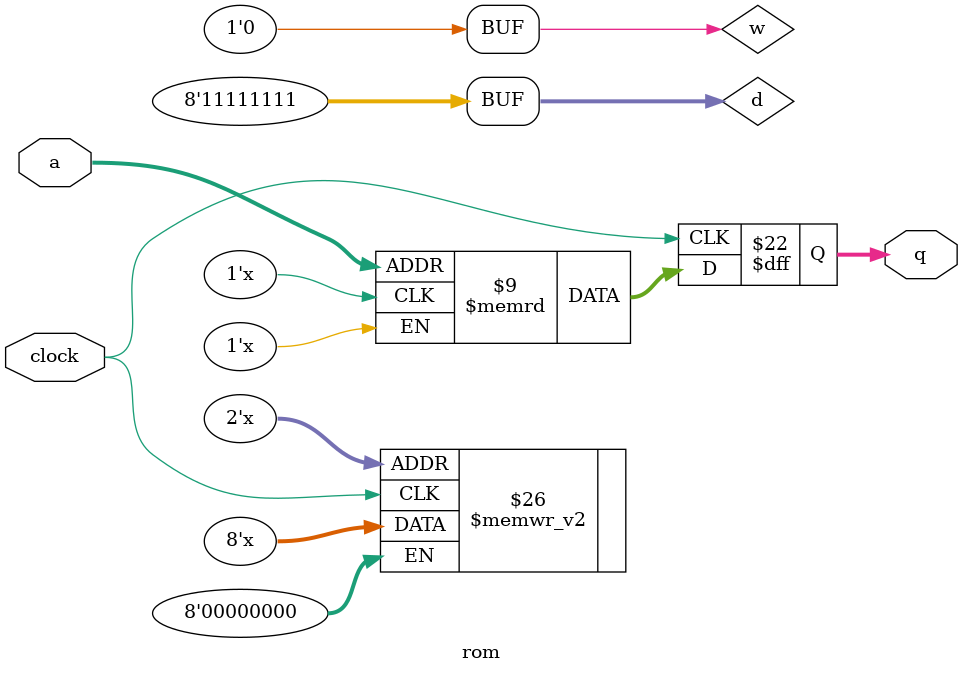
<source format=v>
module rom
//-------------------------------------------------------------------------------------------------
#
(
	parameter KB = 0
)
(
	input  wire                      clock,
	input  wire[$clog2(KB*1024)-1:0] a,
	output reg [                7:0] q
);
//-------------------------------------------------------------------------------------------------

(* ram_init_file = "../rom/exos_exdos_isdos_file_sdext.mif" *) reg[7:0] mem[(KB*1024)-1:0];

wire w = 1'b0;
wire[7:0] d = 8'hFF;
always @(posedge clock) if(w) begin q <= d; mem[a] <= d; end else q <= mem[a];

//-------------------------------------------------------------------------------------------------
endmodule
//-------------------------------------------------------------------------------------------------

</source>
